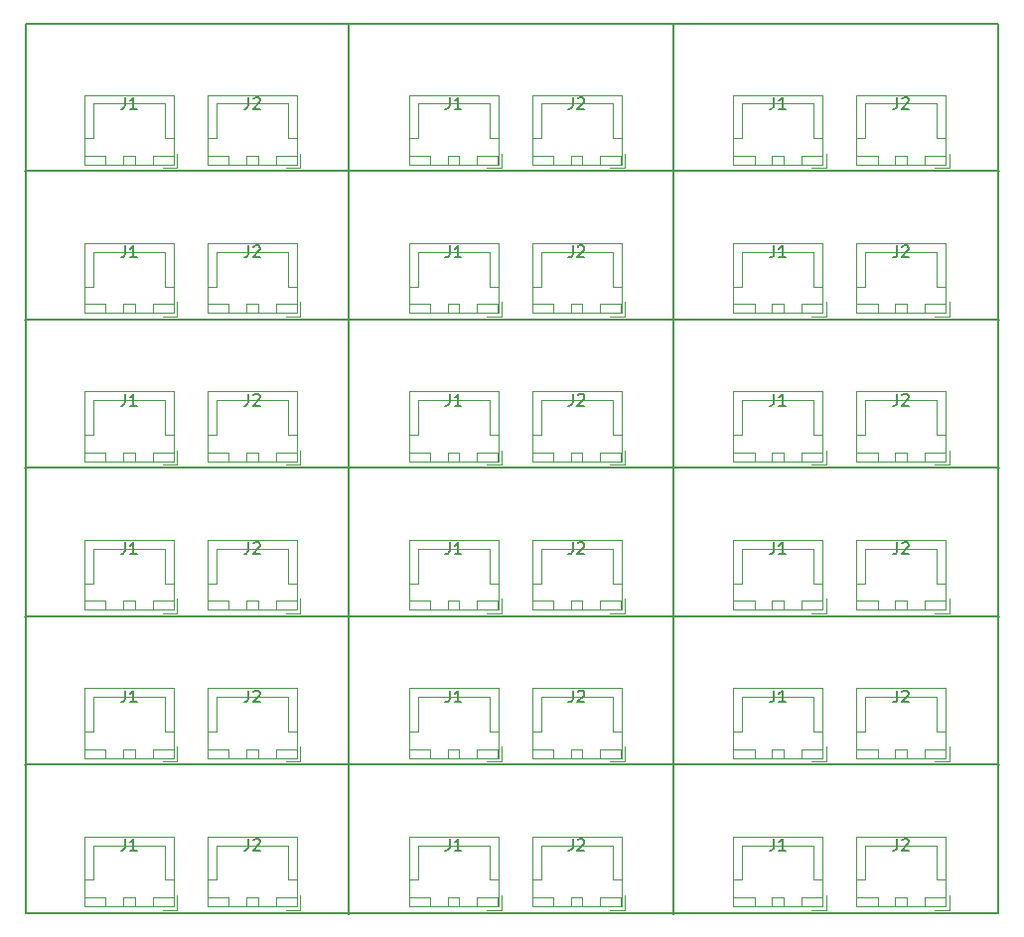
<source format=gto>
%TF.GenerationSoftware,KiCad,Pcbnew,5.0.2+dfsg1-1*%
%TF.CreationDate,2022-04-03T13:42:16+09:00*%
%TF.ProjectId,JST-mounter_panelized,4a53542d-6d6f-4756-9e74-65725f70616e,rev?*%
%TF.SameCoordinates,Original*%
%TF.FileFunction,Legend,Top*%
%TF.FilePolarity,Positive*%
%FSLAX46Y46*%
G04 Gerber Fmt 4.6, Leading zero omitted, Abs format (unit mm)*
G04 Created by KiCad (PCBNEW 5.0.2+dfsg1-1) date Sun 03 Apr 2022 01:42:16 PM JST*
%MOMM*%
%LPD*%
G01*
G04 APERTURE LIST*
%ADD10C,0.150000*%
%ADD11C,0.120000*%
G04 APERTURE END LIST*
D10*
X137899998Y-117600008D02*
X220900006Y-117600008D01*
X137899998Y-104950006D02*
X220900006Y-104950006D01*
X137899998Y-92300004D02*
X220900006Y-92300004D01*
X137899998Y-79650002D02*
X220900006Y-79650002D01*
X137899998Y-67000000D02*
X220900006Y-67000000D01*
X193150002Y-54399998D02*
X193150002Y-130350012D01*
X165500000Y-54399998D02*
X165500000Y-130350012D01*
X137924999Y-130325011D02*
X137924999Y-54424999D01*
X220875005Y-130325011D02*
X137924999Y-130325011D01*
X220875005Y-54424999D02*
X220875005Y-130325011D01*
X137924999Y-54424999D02*
X220875005Y-54424999D01*
D11*
X216650004Y-130000010D02*
X216650004Y-128750010D01*
X215400004Y-130000010D02*
X216650004Y-130000010D01*
X209500004Y-124500010D02*
X212550004Y-124500010D01*
X209500004Y-127450010D02*
X209500004Y-124500010D01*
X208750004Y-127450010D02*
X209500004Y-127450010D01*
X215600004Y-124500010D02*
X212550004Y-124500010D01*
X215600004Y-127450010D02*
X215600004Y-124500010D01*
X216350004Y-127450010D02*
X215600004Y-127450010D01*
X208750004Y-129700010D02*
X210550004Y-129700010D01*
X208750004Y-128950010D02*
X208750004Y-129700010D01*
X210550004Y-128950010D02*
X208750004Y-128950010D01*
X210550004Y-129700010D02*
X210550004Y-128950010D01*
X214550004Y-129700010D02*
X216350004Y-129700010D01*
X214550004Y-128950010D02*
X214550004Y-129700010D01*
X216350004Y-128950010D02*
X214550004Y-128950010D01*
X216350004Y-129700010D02*
X216350004Y-128950010D01*
X212050004Y-129700010D02*
X213050004Y-129700010D01*
X212050004Y-128950010D02*
X212050004Y-129700010D01*
X213050004Y-128950010D02*
X212050004Y-128950010D01*
X213050004Y-129700010D02*
X213050004Y-128950010D01*
X208740004Y-129710010D02*
X216360004Y-129710010D01*
X208740004Y-123740010D02*
X208740004Y-129710010D01*
X216360004Y-123740010D02*
X208740004Y-123740010D01*
X216360004Y-129710010D02*
X216360004Y-123740010D01*
X216650004Y-117350008D02*
X216650004Y-116100008D01*
X215400004Y-117350008D02*
X216650004Y-117350008D01*
X209500004Y-111850008D02*
X212550004Y-111850008D01*
X209500004Y-114800008D02*
X209500004Y-111850008D01*
X208750004Y-114800008D02*
X209500004Y-114800008D01*
X215600004Y-111850008D02*
X212550004Y-111850008D01*
X215600004Y-114800008D02*
X215600004Y-111850008D01*
X216350004Y-114800008D02*
X215600004Y-114800008D01*
X208750004Y-117050008D02*
X210550004Y-117050008D01*
X208750004Y-116300008D02*
X208750004Y-117050008D01*
X210550004Y-116300008D02*
X208750004Y-116300008D01*
X210550004Y-117050008D02*
X210550004Y-116300008D01*
X214550004Y-117050008D02*
X216350004Y-117050008D01*
X214550004Y-116300008D02*
X214550004Y-117050008D01*
X216350004Y-116300008D02*
X214550004Y-116300008D01*
X216350004Y-117050008D02*
X216350004Y-116300008D01*
X212050004Y-117050008D02*
X213050004Y-117050008D01*
X212050004Y-116300008D02*
X212050004Y-117050008D01*
X213050004Y-116300008D02*
X212050004Y-116300008D01*
X213050004Y-117050008D02*
X213050004Y-116300008D01*
X208740004Y-117060008D02*
X216360004Y-117060008D01*
X208740004Y-111090008D02*
X208740004Y-117060008D01*
X216360004Y-111090008D02*
X208740004Y-111090008D01*
X216360004Y-117060008D02*
X216360004Y-111090008D01*
X216650004Y-104700006D02*
X216650004Y-103450006D01*
X215400004Y-104700006D02*
X216650004Y-104700006D01*
X209500004Y-99200006D02*
X212550004Y-99200006D01*
X209500004Y-102150006D02*
X209500004Y-99200006D01*
X208750004Y-102150006D02*
X209500004Y-102150006D01*
X215600004Y-99200006D02*
X212550004Y-99200006D01*
X215600004Y-102150006D02*
X215600004Y-99200006D01*
X216350004Y-102150006D02*
X215600004Y-102150006D01*
X208750004Y-104400006D02*
X210550004Y-104400006D01*
X208750004Y-103650006D02*
X208750004Y-104400006D01*
X210550004Y-103650006D02*
X208750004Y-103650006D01*
X210550004Y-104400006D02*
X210550004Y-103650006D01*
X214550004Y-104400006D02*
X216350004Y-104400006D01*
X214550004Y-103650006D02*
X214550004Y-104400006D01*
X216350004Y-103650006D02*
X214550004Y-103650006D01*
X216350004Y-104400006D02*
X216350004Y-103650006D01*
X212050004Y-104400006D02*
X213050004Y-104400006D01*
X212050004Y-103650006D02*
X212050004Y-104400006D01*
X213050004Y-103650006D02*
X212050004Y-103650006D01*
X213050004Y-104400006D02*
X213050004Y-103650006D01*
X208740004Y-104410006D02*
X216360004Y-104410006D01*
X208740004Y-98440006D02*
X208740004Y-104410006D01*
X216360004Y-98440006D02*
X208740004Y-98440006D01*
X216360004Y-104410006D02*
X216360004Y-98440006D01*
X216650004Y-92050004D02*
X216650004Y-90800004D01*
X215400004Y-92050004D02*
X216650004Y-92050004D01*
X209500004Y-86550004D02*
X212550004Y-86550004D01*
X209500004Y-89500004D02*
X209500004Y-86550004D01*
X208750004Y-89500004D02*
X209500004Y-89500004D01*
X215600004Y-86550004D02*
X212550004Y-86550004D01*
X215600004Y-89500004D02*
X215600004Y-86550004D01*
X216350004Y-89500004D02*
X215600004Y-89500004D01*
X208750004Y-91750004D02*
X210550004Y-91750004D01*
X208750004Y-91000004D02*
X208750004Y-91750004D01*
X210550004Y-91000004D02*
X208750004Y-91000004D01*
X210550004Y-91750004D02*
X210550004Y-91000004D01*
X214550004Y-91750004D02*
X216350004Y-91750004D01*
X214550004Y-91000004D02*
X214550004Y-91750004D01*
X216350004Y-91000004D02*
X214550004Y-91000004D01*
X216350004Y-91750004D02*
X216350004Y-91000004D01*
X212050004Y-91750004D02*
X213050004Y-91750004D01*
X212050004Y-91000004D02*
X212050004Y-91750004D01*
X213050004Y-91000004D02*
X212050004Y-91000004D01*
X213050004Y-91750004D02*
X213050004Y-91000004D01*
X208740004Y-91760004D02*
X216360004Y-91760004D01*
X208740004Y-85790004D02*
X208740004Y-91760004D01*
X216360004Y-85790004D02*
X208740004Y-85790004D01*
X216360004Y-91760004D02*
X216360004Y-85790004D01*
X216650004Y-79400002D02*
X216650004Y-78150002D01*
X215400004Y-79400002D02*
X216650004Y-79400002D01*
X209500004Y-73900002D02*
X212550004Y-73900002D01*
X209500004Y-76850002D02*
X209500004Y-73900002D01*
X208750004Y-76850002D02*
X209500004Y-76850002D01*
X215600004Y-73900002D02*
X212550004Y-73900002D01*
X215600004Y-76850002D02*
X215600004Y-73900002D01*
X216350004Y-76850002D02*
X215600004Y-76850002D01*
X208750004Y-79100002D02*
X210550004Y-79100002D01*
X208750004Y-78350002D02*
X208750004Y-79100002D01*
X210550004Y-78350002D02*
X208750004Y-78350002D01*
X210550004Y-79100002D02*
X210550004Y-78350002D01*
X214550004Y-79100002D02*
X216350004Y-79100002D01*
X214550004Y-78350002D02*
X214550004Y-79100002D01*
X216350004Y-78350002D02*
X214550004Y-78350002D01*
X216350004Y-79100002D02*
X216350004Y-78350002D01*
X212050004Y-79100002D02*
X213050004Y-79100002D01*
X212050004Y-78350002D02*
X212050004Y-79100002D01*
X213050004Y-78350002D02*
X212050004Y-78350002D01*
X213050004Y-79100002D02*
X213050004Y-78350002D01*
X208740004Y-79110002D02*
X216360004Y-79110002D01*
X208740004Y-73140002D02*
X208740004Y-79110002D01*
X216360004Y-73140002D02*
X208740004Y-73140002D01*
X216360004Y-79110002D02*
X216360004Y-73140002D01*
X216650004Y-66750000D02*
X216650004Y-65500000D01*
X215400004Y-66750000D02*
X216650004Y-66750000D01*
X209500004Y-61250000D02*
X212550004Y-61250000D01*
X209500004Y-64200000D02*
X209500004Y-61250000D01*
X208750004Y-64200000D02*
X209500004Y-64200000D01*
X215600004Y-61250000D02*
X212550004Y-61250000D01*
X215600004Y-64200000D02*
X215600004Y-61250000D01*
X216350004Y-64200000D02*
X215600004Y-64200000D01*
X208750004Y-66450000D02*
X210550004Y-66450000D01*
X208750004Y-65700000D02*
X208750004Y-66450000D01*
X210550004Y-65700000D02*
X208750004Y-65700000D01*
X210550004Y-66450000D02*
X210550004Y-65700000D01*
X214550004Y-66450000D02*
X216350004Y-66450000D01*
X214550004Y-65700000D02*
X214550004Y-66450000D01*
X216350004Y-65700000D02*
X214550004Y-65700000D01*
X216350004Y-66450000D02*
X216350004Y-65700000D01*
X212050004Y-66450000D02*
X213050004Y-66450000D01*
X212050004Y-65700000D02*
X212050004Y-66450000D01*
X213050004Y-65700000D02*
X212050004Y-65700000D01*
X213050004Y-66450000D02*
X213050004Y-65700000D01*
X208740004Y-66460000D02*
X216360004Y-66460000D01*
X208740004Y-60490000D02*
X208740004Y-66460000D01*
X216360004Y-60490000D02*
X208740004Y-60490000D01*
X216360004Y-66460000D02*
X216360004Y-60490000D01*
X189000002Y-130000010D02*
X189000002Y-128750010D01*
X187750002Y-130000010D02*
X189000002Y-130000010D01*
X181850002Y-124500010D02*
X184900002Y-124500010D01*
X181850002Y-127450010D02*
X181850002Y-124500010D01*
X181100002Y-127450010D02*
X181850002Y-127450010D01*
X187950002Y-124500010D02*
X184900002Y-124500010D01*
X187950002Y-127450010D02*
X187950002Y-124500010D01*
X188700002Y-127450010D02*
X187950002Y-127450010D01*
X181100002Y-129700010D02*
X182900002Y-129700010D01*
X181100002Y-128950010D02*
X181100002Y-129700010D01*
X182900002Y-128950010D02*
X181100002Y-128950010D01*
X182900002Y-129700010D02*
X182900002Y-128950010D01*
X186900002Y-129700010D02*
X188700002Y-129700010D01*
X186900002Y-128950010D02*
X186900002Y-129700010D01*
X188700002Y-128950010D02*
X186900002Y-128950010D01*
X188700002Y-129700010D02*
X188700002Y-128950010D01*
X184400002Y-129700010D02*
X185400002Y-129700010D01*
X184400002Y-128950010D02*
X184400002Y-129700010D01*
X185400002Y-128950010D02*
X184400002Y-128950010D01*
X185400002Y-129700010D02*
X185400002Y-128950010D01*
X181090002Y-129710010D02*
X188710002Y-129710010D01*
X181090002Y-123740010D02*
X181090002Y-129710010D01*
X188710002Y-123740010D02*
X181090002Y-123740010D01*
X188710002Y-129710010D02*
X188710002Y-123740010D01*
X189000002Y-117350008D02*
X189000002Y-116100008D01*
X187750002Y-117350008D02*
X189000002Y-117350008D01*
X181850002Y-111850008D02*
X184900002Y-111850008D01*
X181850002Y-114800008D02*
X181850002Y-111850008D01*
X181100002Y-114800008D02*
X181850002Y-114800008D01*
X187950002Y-111850008D02*
X184900002Y-111850008D01*
X187950002Y-114800008D02*
X187950002Y-111850008D01*
X188700002Y-114800008D02*
X187950002Y-114800008D01*
X181100002Y-117050008D02*
X182900002Y-117050008D01*
X181100002Y-116300008D02*
X181100002Y-117050008D01*
X182900002Y-116300008D02*
X181100002Y-116300008D01*
X182900002Y-117050008D02*
X182900002Y-116300008D01*
X186900002Y-117050008D02*
X188700002Y-117050008D01*
X186900002Y-116300008D02*
X186900002Y-117050008D01*
X188700002Y-116300008D02*
X186900002Y-116300008D01*
X188700002Y-117050008D02*
X188700002Y-116300008D01*
X184400002Y-117050008D02*
X185400002Y-117050008D01*
X184400002Y-116300008D02*
X184400002Y-117050008D01*
X185400002Y-116300008D02*
X184400002Y-116300008D01*
X185400002Y-117050008D02*
X185400002Y-116300008D01*
X181090002Y-117060008D02*
X188710002Y-117060008D01*
X181090002Y-111090008D02*
X181090002Y-117060008D01*
X188710002Y-111090008D02*
X181090002Y-111090008D01*
X188710002Y-117060008D02*
X188710002Y-111090008D01*
X189000002Y-104700006D02*
X189000002Y-103450006D01*
X187750002Y-104700006D02*
X189000002Y-104700006D01*
X181850002Y-99200006D02*
X184900002Y-99200006D01*
X181850002Y-102150006D02*
X181850002Y-99200006D01*
X181100002Y-102150006D02*
X181850002Y-102150006D01*
X187950002Y-99200006D02*
X184900002Y-99200006D01*
X187950002Y-102150006D02*
X187950002Y-99200006D01*
X188700002Y-102150006D02*
X187950002Y-102150006D01*
X181100002Y-104400006D02*
X182900002Y-104400006D01*
X181100002Y-103650006D02*
X181100002Y-104400006D01*
X182900002Y-103650006D02*
X181100002Y-103650006D01*
X182900002Y-104400006D02*
X182900002Y-103650006D01*
X186900002Y-104400006D02*
X188700002Y-104400006D01*
X186900002Y-103650006D02*
X186900002Y-104400006D01*
X188700002Y-103650006D02*
X186900002Y-103650006D01*
X188700002Y-104400006D02*
X188700002Y-103650006D01*
X184400002Y-104400006D02*
X185400002Y-104400006D01*
X184400002Y-103650006D02*
X184400002Y-104400006D01*
X185400002Y-103650006D02*
X184400002Y-103650006D01*
X185400002Y-104400006D02*
X185400002Y-103650006D01*
X181090002Y-104410006D02*
X188710002Y-104410006D01*
X181090002Y-98440006D02*
X181090002Y-104410006D01*
X188710002Y-98440006D02*
X181090002Y-98440006D01*
X188710002Y-104410006D02*
X188710002Y-98440006D01*
X189000002Y-92050004D02*
X189000002Y-90800004D01*
X187750002Y-92050004D02*
X189000002Y-92050004D01*
X181850002Y-86550004D02*
X184900002Y-86550004D01*
X181850002Y-89500004D02*
X181850002Y-86550004D01*
X181100002Y-89500004D02*
X181850002Y-89500004D01*
X187950002Y-86550004D02*
X184900002Y-86550004D01*
X187950002Y-89500004D02*
X187950002Y-86550004D01*
X188700002Y-89500004D02*
X187950002Y-89500004D01*
X181100002Y-91750004D02*
X182900002Y-91750004D01*
X181100002Y-91000004D02*
X181100002Y-91750004D01*
X182900002Y-91000004D02*
X181100002Y-91000004D01*
X182900002Y-91750004D02*
X182900002Y-91000004D01*
X186900002Y-91750004D02*
X188700002Y-91750004D01*
X186900002Y-91000004D02*
X186900002Y-91750004D01*
X188700002Y-91000004D02*
X186900002Y-91000004D01*
X188700002Y-91750004D02*
X188700002Y-91000004D01*
X184400002Y-91750004D02*
X185400002Y-91750004D01*
X184400002Y-91000004D02*
X184400002Y-91750004D01*
X185400002Y-91000004D02*
X184400002Y-91000004D01*
X185400002Y-91750004D02*
X185400002Y-91000004D01*
X181090002Y-91760004D02*
X188710002Y-91760004D01*
X181090002Y-85790004D02*
X181090002Y-91760004D01*
X188710002Y-85790004D02*
X181090002Y-85790004D01*
X188710002Y-91760004D02*
X188710002Y-85790004D01*
X189000002Y-79400002D02*
X189000002Y-78150002D01*
X187750002Y-79400002D02*
X189000002Y-79400002D01*
X181850002Y-73900002D02*
X184900002Y-73900002D01*
X181850002Y-76850002D02*
X181850002Y-73900002D01*
X181100002Y-76850002D02*
X181850002Y-76850002D01*
X187950002Y-73900002D02*
X184900002Y-73900002D01*
X187950002Y-76850002D02*
X187950002Y-73900002D01*
X188700002Y-76850002D02*
X187950002Y-76850002D01*
X181100002Y-79100002D02*
X182900002Y-79100002D01*
X181100002Y-78350002D02*
X181100002Y-79100002D01*
X182900002Y-78350002D02*
X181100002Y-78350002D01*
X182900002Y-79100002D02*
X182900002Y-78350002D01*
X186900002Y-79100002D02*
X188700002Y-79100002D01*
X186900002Y-78350002D02*
X186900002Y-79100002D01*
X188700002Y-78350002D02*
X186900002Y-78350002D01*
X188700002Y-79100002D02*
X188700002Y-78350002D01*
X184400002Y-79100002D02*
X185400002Y-79100002D01*
X184400002Y-78350002D02*
X184400002Y-79100002D01*
X185400002Y-78350002D02*
X184400002Y-78350002D01*
X185400002Y-79100002D02*
X185400002Y-78350002D01*
X181090002Y-79110002D02*
X188710002Y-79110002D01*
X181090002Y-73140002D02*
X181090002Y-79110002D01*
X188710002Y-73140002D02*
X181090002Y-73140002D01*
X188710002Y-79110002D02*
X188710002Y-73140002D01*
X189000002Y-66750000D02*
X189000002Y-65500000D01*
X187750002Y-66750000D02*
X189000002Y-66750000D01*
X181850002Y-61250000D02*
X184900002Y-61250000D01*
X181850002Y-64200000D02*
X181850002Y-61250000D01*
X181100002Y-64200000D02*
X181850002Y-64200000D01*
X187950002Y-61250000D02*
X184900002Y-61250000D01*
X187950002Y-64200000D02*
X187950002Y-61250000D01*
X188700002Y-64200000D02*
X187950002Y-64200000D01*
X181100002Y-66450000D02*
X182900002Y-66450000D01*
X181100002Y-65700000D02*
X181100002Y-66450000D01*
X182900002Y-65700000D02*
X181100002Y-65700000D01*
X182900002Y-66450000D02*
X182900002Y-65700000D01*
X186900002Y-66450000D02*
X188700002Y-66450000D01*
X186900002Y-65700000D02*
X186900002Y-66450000D01*
X188700002Y-65700000D02*
X186900002Y-65700000D01*
X188700002Y-66450000D02*
X188700002Y-65700000D01*
X184400002Y-66450000D02*
X185400002Y-66450000D01*
X184400002Y-65700000D02*
X184400002Y-66450000D01*
X185400002Y-65700000D02*
X184400002Y-65700000D01*
X185400002Y-66450000D02*
X185400002Y-65700000D01*
X181090002Y-66460000D02*
X188710002Y-66460000D01*
X181090002Y-60490000D02*
X181090002Y-66460000D01*
X188710002Y-60490000D02*
X181090002Y-60490000D01*
X188710002Y-66460000D02*
X188710002Y-60490000D01*
X161350000Y-130000010D02*
X161350000Y-128750010D01*
X160100000Y-130000010D02*
X161350000Y-130000010D01*
X154200000Y-124500010D02*
X157250000Y-124500010D01*
X154200000Y-127450010D02*
X154200000Y-124500010D01*
X153450000Y-127450010D02*
X154200000Y-127450010D01*
X160300000Y-124500010D02*
X157250000Y-124500010D01*
X160300000Y-127450010D02*
X160300000Y-124500010D01*
X161050000Y-127450010D02*
X160300000Y-127450010D01*
X153450000Y-129700010D02*
X155250000Y-129700010D01*
X153450000Y-128950010D02*
X153450000Y-129700010D01*
X155250000Y-128950010D02*
X153450000Y-128950010D01*
X155250000Y-129700010D02*
X155250000Y-128950010D01*
X159250000Y-129700010D02*
X161050000Y-129700010D01*
X159250000Y-128950010D02*
X159250000Y-129700010D01*
X161050000Y-128950010D02*
X159250000Y-128950010D01*
X161050000Y-129700010D02*
X161050000Y-128950010D01*
X156750000Y-129700010D02*
X157750000Y-129700010D01*
X156750000Y-128950010D02*
X156750000Y-129700010D01*
X157750000Y-128950010D02*
X156750000Y-128950010D01*
X157750000Y-129700010D02*
X157750000Y-128950010D01*
X153440000Y-129710010D02*
X161060000Y-129710010D01*
X153440000Y-123740010D02*
X153440000Y-129710010D01*
X161060000Y-123740010D02*
X153440000Y-123740010D01*
X161060000Y-129710010D02*
X161060000Y-123740010D01*
X161350000Y-117350008D02*
X161350000Y-116100008D01*
X160100000Y-117350008D02*
X161350000Y-117350008D01*
X154200000Y-111850008D02*
X157250000Y-111850008D01*
X154200000Y-114800008D02*
X154200000Y-111850008D01*
X153450000Y-114800008D02*
X154200000Y-114800008D01*
X160300000Y-111850008D02*
X157250000Y-111850008D01*
X160300000Y-114800008D02*
X160300000Y-111850008D01*
X161050000Y-114800008D02*
X160300000Y-114800008D01*
X153450000Y-117050008D02*
X155250000Y-117050008D01*
X153450000Y-116300008D02*
X153450000Y-117050008D01*
X155250000Y-116300008D02*
X153450000Y-116300008D01*
X155250000Y-117050008D02*
X155250000Y-116300008D01*
X159250000Y-117050008D02*
X161050000Y-117050008D01*
X159250000Y-116300008D02*
X159250000Y-117050008D01*
X161050000Y-116300008D02*
X159250000Y-116300008D01*
X161050000Y-117050008D02*
X161050000Y-116300008D01*
X156750000Y-117050008D02*
X157750000Y-117050008D01*
X156750000Y-116300008D02*
X156750000Y-117050008D01*
X157750000Y-116300008D02*
X156750000Y-116300008D01*
X157750000Y-117050008D02*
X157750000Y-116300008D01*
X153440000Y-117060008D02*
X161060000Y-117060008D01*
X153440000Y-111090008D02*
X153440000Y-117060008D01*
X161060000Y-111090008D02*
X153440000Y-111090008D01*
X161060000Y-117060008D02*
X161060000Y-111090008D01*
X161350000Y-104700006D02*
X161350000Y-103450006D01*
X160100000Y-104700006D02*
X161350000Y-104700006D01*
X154200000Y-99200006D02*
X157250000Y-99200006D01*
X154200000Y-102150006D02*
X154200000Y-99200006D01*
X153450000Y-102150006D02*
X154200000Y-102150006D01*
X160300000Y-99200006D02*
X157250000Y-99200006D01*
X160300000Y-102150006D02*
X160300000Y-99200006D01*
X161050000Y-102150006D02*
X160300000Y-102150006D01*
X153450000Y-104400006D02*
X155250000Y-104400006D01*
X153450000Y-103650006D02*
X153450000Y-104400006D01*
X155250000Y-103650006D02*
X153450000Y-103650006D01*
X155250000Y-104400006D02*
X155250000Y-103650006D01*
X159250000Y-104400006D02*
X161050000Y-104400006D01*
X159250000Y-103650006D02*
X159250000Y-104400006D01*
X161050000Y-103650006D02*
X159250000Y-103650006D01*
X161050000Y-104400006D02*
X161050000Y-103650006D01*
X156750000Y-104400006D02*
X157750000Y-104400006D01*
X156750000Y-103650006D02*
X156750000Y-104400006D01*
X157750000Y-103650006D02*
X156750000Y-103650006D01*
X157750000Y-104400006D02*
X157750000Y-103650006D01*
X153440000Y-104410006D02*
X161060000Y-104410006D01*
X153440000Y-98440006D02*
X153440000Y-104410006D01*
X161060000Y-98440006D02*
X153440000Y-98440006D01*
X161060000Y-104410006D02*
X161060000Y-98440006D01*
X161350000Y-92050004D02*
X161350000Y-90800004D01*
X160100000Y-92050004D02*
X161350000Y-92050004D01*
X154200000Y-86550004D02*
X157250000Y-86550004D01*
X154200000Y-89500004D02*
X154200000Y-86550004D01*
X153450000Y-89500004D02*
X154200000Y-89500004D01*
X160300000Y-86550004D02*
X157250000Y-86550004D01*
X160300000Y-89500004D02*
X160300000Y-86550004D01*
X161050000Y-89500004D02*
X160300000Y-89500004D01*
X153450000Y-91750004D02*
X155250000Y-91750004D01*
X153450000Y-91000004D02*
X153450000Y-91750004D01*
X155250000Y-91000004D02*
X153450000Y-91000004D01*
X155250000Y-91750004D02*
X155250000Y-91000004D01*
X159250000Y-91750004D02*
X161050000Y-91750004D01*
X159250000Y-91000004D02*
X159250000Y-91750004D01*
X161050000Y-91000004D02*
X159250000Y-91000004D01*
X161050000Y-91750004D02*
X161050000Y-91000004D01*
X156750000Y-91750004D02*
X157750000Y-91750004D01*
X156750000Y-91000004D02*
X156750000Y-91750004D01*
X157750000Y-91000004D02*
X156750000Y-91000004D01*
X157750000Y-91750004D02*
X157750000Y-91000004D01*
X153440000Y-91760004D02*
X161060000Y-91760004D01*
X153440000Y-85790004D02*
X153440000Y-91760004D01*
X161060000Y-85790004D02*
X153440000Y-85790004D01*
X161060000Y-91760004D02*
X161060000Y-85790004D01*
X161350000Y-79400002D02*
X161350000Y-78150002D01*
X160100000Y-79400002D02*
X161350000Y-79400002D01*
X154200000Y-73900002D02*
X157250000Y-73900002D01*
X154200000Y-76850002D02*
X154200000Y-73900002D01*
X153450000Y-76850002D02*
X154200000Y-76850002D01*
X160300000Y-73900002D02*
X157250000Y-73900002D01*
X160300000Y-76850002D02*
X160300000Y-73900002D01*
X161050000Y-76850002D02*
X160300000Y-76850002D01*
X153450000Y-79100002D02*
X155250000Y-79100002D01*
X153450000Y-78350002D02*
X153450000Y-79100002D01*
X155250000Y-78350002D02*
X153450000Y-78350002D01*
X155250000Y-79100002D02*
X155250000Y-78350002D01*
X159250000Y-79100002D02*
X161050000Y-79100002D01*
X159250000Y-78350002D02*
X159250000Y-79100002D01*
X161050000Y-78350002D02*
X159250000Y-78350002D01*
X161050000Y-79100002D02*
X161050000Y-78350002D01*
X156750000Y-79100002D02*
X157750000Y-79100002D01*
X156750000Y-78350002D02*
X156750000Y-79100002D01*
X157750000Y-78350002D02*
X156750000Y-78350002D01*
X157750000Y-79100002D02*
X157750000Y-78350002D01*
X153440000Y-79110002D02*
X161060000Y-79110002D01*
X153440000Y-73140002D02*
X153440000Y-79110002D01*
X161060000Y-73140002D02*
X153440000Y-73140002D01*
X161060000Y-79110002D02*
X161060000Y-73140002D01*
X206150004Y-130000010D02*
X206150004Y-128750010D01*
X204900004Y-130000010D02*
X206150004Y-130000010D01*
X199000004Y-124500010D02*
X202050004Y-124500010D01*
X199000004Y-127450010D02*
X199000004Y-124500010D01*
X198250004Y-127450010D02*
X199000004Y-127450010D01*
X205100004Y-124500010D02*
X202050004Y-124500010D01*
X205100004Y-127450010D02*
X205100004Y-124500010D01*
X205850004Y-127450010D02*
X205100004Y-127450010D01*
X198250004Y-129700010D02*
X200050004Y-129700010D01*
X198250004Y-128950010D02*
X198250004Y-129700010D01*
X200050004Y-128950010D02*
X198250004Y-128950010D01*
X200050004Y-129700010D02*
X200050004Y-128950010D01*
X204050004Y-129700010D02*
X205850004Y-129700010D01*
X204050004Y-128950010D02*
X204050004Y-129700010D01*
X205850004Y-128950010D02*
X204050004Y-128950010D01*
X205850004Y-129700010D02*
X205850004Y-128950010D01*
X201550004Y-129700010D02*
X202550004Y-129700010D01*
X201550004Y-128950010D02*
X201550004Y-129700010D01*
X202550004Y-128950010D02*
X201550004Y-128950010D01*
X202550004Y-129700010D02*
X202550004Y-128950010D01*
X198240004Y-129710010D02*
X205860004Y-129710010D01*
X198240004Y-123740010D02*
X198240004Y-129710010D01*
X205860004Y-123740010D02*
X198240004Y-123740010D01*
X205860004Y-129710010D02*
X205860004Y-123740010D01*
X206150004Y-117350008D02*
X206150004Y-116100008D01*
X204900004Y-117350008D02*
X206150004Y-117350008D01*
X199000004Y-111850008D02*
X202050004Y-111850008D01*
X199000004Y-114800008D02*
X199000004Y-111850008D01*
X198250004Y-114800008D02*
X199000004Y-114800008D01*
X205100004Y-111850008D02*
X202050004Y-111850008D01*
X205100004Y-114800008D02*
X205100004Y-111850008D01*
X205850004Y-114800008D02*
X205100004Y-114800008D01*
X198250004Y-117050008D02*
X200050004Y-117050008D01*
X198250004Y-116300008D02*
X198250004Y-117050008D01*
X200050004Y-116300008D02*
X198250004Y-116300008D01*
X200050004Y-117050008D02*
X200050004Y-116300008D01*
X204050004Y-117050008D02*
X205850004Y-117050008D01*
X204050004Y-116300008D02*
X204050004Y-117050008D01*
X205850004Y-116300008D02*
X204050004Y-116300008D01*
X205850004Y-117050008D02*
X205850004Y-116300008D01*
X201550004Y-117050008D02*
X202550004Y-117050008D01*
X201550004Y-116300008D02*
X201550004Y-117050008D01*
X202550004Y-116300008D02*
X201550004Y-116300008D01*
X202550004Y-117050008D02*
X202550004Y-116300008D01*
X198240004Y-117060008D02*
X205860004Y-117060008D01*
X198240004Y-111090008D02*
X198240004Y-117060008D01*
X205860004Y-111090008D02*
X198240004Y-111090008D01*
X205860004Y-117060008D02*
X205860004Y-111090008D01*
X206150004Y-104700006D02*
X206150004Y-103450006D01*
X204900004Y-104700006D02*
X206150004Y-104700006D01*
X199000004Y-99200006D02*
X202050004Y-99200006D01*
X199000004Y-102150006D02*
X199000004Y-99200006D01*
X198250004Y-102150006D02*
X199000004Y-102150006D01*
X205100004Y-99200006D02*
X202050004Y-99200006D01*
X205100004Y-102150006D02*
X205100004Y-99200006D01*
X205850004Y-102150006D02*
X205100004Y-102150006D01*
X198250004Y-104400006D02*
X200050004Y-104400006D01*
X198250004Y-103650006D02*
X198250004Y-104400006D01*
X200050004Y-103650006D02*
X198250004Y-103650006D01*
X200050004Y-104400006D02*
X200050004Y-103650006D01*
X204050004Y-104400006D02*
X205850004Y-104400006D01*
X204050004Y-103650006D02*
X204050004Y-104400006D01*
X205850004Y-103650006D02*
X204050004Y-103650006D01*
X205850004Y-104400006D02*
X205850004Y-103650006D01*
X201550004Y-104400006D02*
X202550004Y-104400006D01*
X201550004Y-103650006D02*
X201550004Y-104400006D01*
X202550004Y-103650006D02*
X201550004Y-103650006D01*
X202550004Y-104400006D02*
X202550004Y-103650006D01*
X198240004Y-104410006D02*
X205860004Y-104410006D01*
X198240004Y-98440006D02*
X198240004Y-104410006D01*
X205860004Y-98440006D02*
X198240004Y-98440006D01*
X205860004Y-104410006D02*
X205860004Y-98440006D01*
X206150004Y-92050004D02*
X206150004Y-90800004D01*
X204900004Y-92050004D02*
X206150004Y-92050004D01*
X199000004Y-86550004D02*
X202050004Y-86550004D01*
X199000004Y-89500004D02*
X199000004Y-86550004D01*
X198250004Y-89500004D02*
X199000004Y-89500004D01*
X205100004Y-86550004D02*
X202050004Y-86550004D01*
X205100004Y-89500004D02*
X205100004Y-86550004D01*
X205850004Y-89500004D02*
X205100004Y-89500004D01*
X198250004Y-91750004D02*
X200050004Y-91750004D01*
X198250004Y-91000004D02*
X198250004Y-91750004D01*
X200050004Y-91000004D02*
X198250004Y-91000004D01*
X200050004Y-91750004D02*
X200050004Y-91000004D01*
X204050004Y-91750004D02*
X205850004Y-91750004D01*
X204050004Y-91000004D02*
X204050004Y-91750004D01*
X205850004Y-91000004D02*
X204050004Y-91000004D01*
X205850004Y-91750004D02*
X205850004Y-91000004D01*
X201550004Y-91750004D02*
X202550004Y-91750004D01*
X201550004Y-91000004D02*
X201550004Y-91750004D01*
X202550004Y-91000004D02*
X201550004Y-91000004D01*
X202550004Y-91750004D02*
X202550004Y-91000004D01*
X198240004Y-91760004D02*
X205860004Y-91760004D01*
X198240004Y-85790004D02*
X198240004Y-91760004D01*
X205860004Y-85790004D02*
X198240004Y-85790004D01*
X205860004Y-91760004D02*
X205860004Y-85790004D01*
X206150004Y-79400002D02*
X206150004Y-78150002D01*
X204900004Y-79400002D02*
X206150004Y-79400002D01*
X199000004Y-73900002D02*
X202050004Y-73900002D01*
X199000004Y-76850002D02*
X199000004Y-73900002D01*
X198250004Y-76850002D02*
X199000004Y-76850002D01*
X205100004Y-73900002D02*
X202050004Y-73900002D01*
X205100004Y-76850002D02*
X205100004Y-73900002D01*
X205850004Y-76850002D02*
X205100004Y-76850002D01*
X198250004Y-79100002D02*
X200050004Y-79100002D01*
X198250004Y-78350002D02*
X198250004Y-79100002D01*
X200050004Y-78350002D02*
X198250004Y-78350002D01*
X200050004Y-79100002D02*
X200050004Y-78350002D01*
X204050004Y-79100002D02*
X205850004Y-79100002D01*
X204050004Y-78350002D02*
X204050004Y-79100002D01*
X205850004Y-78350002D02*
X204050004Y-78350002D01*
X205850004Y-79100002D02*
X205850004Y-78350002D01*
X201550004Y-79100002D02*
X202550004Y-79100002D01*
X201550004Y-78350002D02*
X201550004Y-79100002D01*
X202550004Y-78350002D02*
X201550004Y-78350002D01*
X202550004Y-79100002D02*
X202550004Y-78350002D01*
X198240004Y-79110002D02*
X205860004Y-79110002D01*
X198240004Y-73140002D02*
X198240004Y-79110002D01*
X205860004Y-73140002D02*
X198240004Y-73140002D01*
X205860004Y-79110002D02*
X205860004Y-73140002D01*
X206150004Y-66750000D02*
X206150004Y-65500000D01*
X204900004Y-66750000D02*
X206150004Y-66750000D01*
X199000004Y-61250000D02*
X202050004Y-61250000D01*
X199000004Y-64200000D02*
X199000004Y-61250000D01*
X198250004Y-64200000D02*
X199000004Y-64200000D01*
X205100004Y-61250000D02*
X202050004Y-61250000D01*
X205100004Y-64200000D02*
X205100004Y-61250000D01*
X205850004Y-64200000D02*
X205100004Y-64200000D01*
X198250004Y-66450000D02*
X200050004Y-66450000D01*
X198250004Y-65700000D02*
X198250004Y-66450000D01*
X200050004Y-65700000D02*
X198250004Y-65700000D01*
X200050004Y-66450000D02*
X200050004Y-65700000D01*
X204050004Y-66450000D02*
X205850004Y-66450000D01*
X204050004Y-65700000D02*
X204050004Y-66450000D01*
X205850004Y-65700000D02*
X204050004Y-65700000D01*
X205850004Y-66450000D02*
X205850004Y-65700000D01*
X201550004Y-66450000D02*
X202550004Y-66450000D01*
X201550004Y-65700000D02*
X201550004Y-66450000D01*
X202550004Y-65700000D02*
X201550004Y-65700000D01*
X202550004Y-66450000D02*
X202550004Y-65700000D01*
X198240004Y-66460000D02*
X205860004Y-66460000D01*
X198240004Y-60490000D02*
X198240004Y-66460000D01*
X205860004Y-60490000D02*
X198240004Y-60490000D01*
X205860004Y-66460000D02*
X205860004Y-60490000D01*
X178500002Y-130000010D02*
X178500002Y-128750010D01*
X177250002Y-130000010D02*
X178500002Y-130000010D01*
X171350002Y-124500010D02*
X174400002Y-124500010D01*
X171350002Y-127450010D02*
X171350002Y-124500010D01*
X170600002Y-127450010D02*
X171350002Y-127450010D01*
X177450002Y-124500010D02*
X174400002Y-124500010D01*
X177450002Y-127450010D02*
X177450002Y-124500010D01*
X178200002Y-127450010D02*
X177450002Y-127450010D01*
X170600002Y-129700010D02*
X172400002Y-129700010D01*
X170600002Y-128950010D02*
X170600002Y-129700010D01*
X172400002Y-128950010D02*
X170600002Y-128950010D01*
X172400002Y-129700010D02*
X172400002Y-128950010D01*
X176400002Y-129700010D02*
X178200002Y-129700010D01*
X176400002Y-128950010D02*
X176400002Y-129700010D01*
X178200002Y-128950010D02*
X176400002Y-128950010D01*
X178200002Y-129700010D02*
X178200002Y-128950010D01*
X173900002Y-129700010D02*
X174900002Y-129700010D01*
X173900002Y-128950010D02*
X173900002Y-129700010D01*
X174900002Y-128950010D02*
X173900002Y-128950010D01*
X174900002Y-129700010D02*
X174900002Y-128950010D01*
X170590002Y-129710010D02*
X178210002Y-129710010D01*
X170590002Y-123740010D02*
X170590002Y-129710010D01*
X178210002Y-123740010D02*
X170590002Y-123740010D01*
X178210002Y-129710010D02*
X178210002Y-123740010D01*
X178500002Y-117350008D02*
X178500002Y-116100008D01*
X177250002Y-117350008D02*
X178500002Y-117350008D01*
X171350002Y-111850008D02*
X174400002Y-111850008D01*
X171350002Y-114800008D02*
X171350002Y-111850008D01*
X170600002Y-114800008D02*
X171350002Y-114800008D01*
X177450002Y-111850008D02*
X174400002Y-111850008D01*
X177450002Y-114800008D02*
X177450002Y-111850008D01*
X178200002Y-114800008D02*
X177450002Y-114800008D01*
X170600002Y-117050008D02*
X172400002Y-117050008D01*
X170600002Y-116300008D02*
X170600002Y-117050008D01*
X172400002Y-116300008D02*
X170600002Y-116300008D01*
X172400002Y-117050008D02*
X172400002Y-116300008D01*
X176400002Y-117050008D02*
X178200002Y-117050008D01*
X176400002Y-116300008D02*
X176400002Y-117050008D01*
X178200002Y-116300008D02*
X176400002Y-116300008D01*
X178200002Y-117050008D02*
X178200002Y-116300008D01*
X173900002Y-117050008D02*
X174900002Y-117050008D01*
X173900002Y-116300008D02*
X173900002Y-117050008D01*
X174900002Y-116300008D02*
X173900002Y-116300008D01*
X174900002Y-117050008D02*
X174900002Y-116300008D01*
X170590002Y-117060008D02*
X178210002Y-117060008D01*
X170590002Y-111090008D02*
X170590002Y-117060008D01*
X178210002Y-111090008D02*
X170590002Y-111090008D01*
X178210002Y-117060008D02*
X178210002Y-111090008D01*
X178500002Y-104700006D02*
X178500002Y-103450006D01*
X177250002Y-104700006D02*
X178500002Y-104700006D01*
X171350002Y-99200006D02*
X174400002Y-99200006D01*
X171350002Y-102150006D02*
X171350002Y-99200006D01*
X170600002Y-102150006D02*
X171350002Y-102150006D01*
X177450002Y-99200006D02*
X174400002Y-99200006D01*
X177450002Y-102150006D02*
X177450002Y-99200006D01*
X178200002Y-102150006D02*
X177450002Y-102150006D01*
X170600002Y-104400006D02*
X172400002Y-104400006D01*
X170600002Y-103650006D02*
X170600002Y-104400006D01*
X172400002Y-103650006D02*
X170600002Y-103650006D01*
X172400002Y-104400006D02*
X172400002Y-103650006D01*
X176400002Y-104400006D02*
X178200002Y-104400006D01*
X176400002Y-103650006D02*
X176400002Y-104400006D01*
X178200002Y-103650006D02*
X176400002Y-103650006D01*
X178200002Y-104400006D02*
X178200002Y-103650006D01*
X173900002Y-104400006D02*
X174900002Y-104400006D01*
X173900002Y-103650006D02*
X173900002Y-104400006D01*
X174900002Y-103650006D02*
X173900002Y-103650006D01*
X174900002Y-104400006D02*
X174900002Y-103650006D01*
X170590002Y-104410006D02*
X178210002Y-104410006D01*
X170590002Y-98440006D02*
X170590002Y-104410006D01*
X178210002Y-98440006D02*
X170590002Y-98440006D01*
X178210002Y-104410006D02*
X178210002Y-98440006D01*
X178500002Y-92050004D02*
X178500002Y-90800004D01*
X177250002Y-92050004D02*
X178500002Y-92050004D01*
X171350002Y-86550004D02*
X174400002Y-86550004D01*
X171350002Y-89500004D02*
X171350002Y-86550004D01*
X170600002Y-89500004D02*
X171350002Y-89500004D01*
X177450002Y-86550004D02*
X174400002Y-86550004D01*
X177450002Y-89500004D02*
X177450002Y-86550004D01*
X178200002Y-89500004D02*
X177450002Y-89500004D01*
X170600002Y-91750004D02*
X172400002Y-91750004D01*
X170600002Y-91000004D02*
X170600002Y-91750004D01*
X172400002Y-91000004D02*
X170600002Y-91000004D01*
X172400002Y-91750004D02*
X172400002Y-91000004D01*
X176400002Y-91750004D02*
X178200002Y-91750004D01*
X176400002Y-91000004D02*
X176400002Y-91750004D01*
X178200002Y-91000004D02*
X176400002Y-91000004D01*
X178200002Y-91750004D02*
X178200002Y-91000004D01*
X173900002Y-91750004D02*
X174900002Y-91750004D01*
X173900002Y-91000004D02*
X173900002Y-91750004D01*
X174900002Y-91000004D02*
X173900002Y-91000004D01*
X174900002Y-91750004D02*
X174900002Y-91000004D01*
X170590002Y-91760004D02*
X178210002Y-91760004D01*
X170590002Y-85790004D02*
X170590002Y-91760004D01*
X178210002Y-85790004D02*
X170590002Y-85790004D01*
X178210002Y-91760004D02*
X178210002Y-85790004D01*
X178500002Y-79400002D02*
X178500002Y-78150002D01*
X177250002Y-79400002D02*
X178500002Y-79400002D01*
X171350002Y-73900002D02*
X174400002Y-73900002D01*
X171350002Y-76850002D02*
X171350002Y-73900002D01*
X170600002Y-76850002D02*
X171350002Y-76850002D01*
X177450002Y-73900002D02*
X174400002Y-73900002D01*
X177450002Y-76850002D02*
X177450002Y-73900002D01*
X178200002Y-76850002D02*
X177450002Y-76850002D01*
X170600002Y-79100002D02*
X172400002Y-79100002D01*
X170600002Y-78350002D02*
X170600002Y-79100002D01*
X172400002Y-78350002D02*
X170600002Y-78350002D01*
X172400002Y-79100002D02*
X172400002Y-78350002D01*
X176400002Y-79100002D02*
X178200002Y-79100002D01*
X176400002Y-78350002D02*
X176400002Y-79100002D01*
X178200002Y-78350002D02*
X176400002Y-78350002D01*
X178200002Y-79100002D02*
X178200002Y-78350002D01*
X173900002Y-79100002D02*
X174900002Y-79100002D01*
X173900002Y-78350002D02*
X173900002Y-79100002D01*
X174900002Y-78350002D02*
X173900002Y-78350002D01*
X174900002Y-79100002D02*
X174900002Y-78350002D01*
X170590002Y-79110002D02*
X178210002Y-79110002D01*
X170590002Y-73140002D02*
X170590002Y-79110002D01*
X178210002Y-73140002D02*
X170590002Y-73140002D01*
X178210002Y-79110002D02*
X178210002Y-73140002D01*
X178500002Y-66750000D02*
X178500002Y-65500000D01*
X177250002Y-66750000D02*
X178500002Y-66750000D01*
X171350002Y-61250000D02*
X174400002Y-61250000D01*
X171350002Y-64200000D02*
X171350002Y-61250000D01*
X170600002Y-64200000D02*
X171350002Y-64200000D01*
X177450002Y-61250000D02*
X174400002Y-61250000D01*
X177450002Y-64200000D02*
X177450002Y-61250000D01*
X178200002Y-64200000D02*
X177450002Y-64200000D01*
X170600002Y-66450000D02*
X172400002Y-66450000D01*
X170600002Y-65700000D02*
X170600002Y-66450000D01*
X172400002Y-65700000D02*
X170600002Y-65700000D01*
X172400002Y-66450000D02*
X172400002Y-65700000D01*
X176400002Y-66450000D02*
X178200002Y-66450000D01*
X176400002Y-65700000D02*
X176400002Y-66450000D01*
X178200002Y-65700000D02*
X176400002Y-65700000D01*
X178200002Y-66450000D02*
X178200002Y-65700000D01*
X173900002Y-66450000D02*
X174900002Y-66450000D01*
X173900002Y-65700000D02*
X173900002Y-66450000D01*
X174900002Y-65700000D02*
X173900002Y-65700000D01*
X174900002Y-66450000D02*
X174900002Y-65700000D01*
X170590002Y-66460000D02*
X178210002Y-66460000D01*
X170590002Y-60490000D02*
X170590002Y-66460000D01*
X178210002Y-60490000D02*
X170590002Y-60490000D01*
X178210002Y-66460000D02*
X178210002Y-60490000D01*
X150850000Y-130000010D02*
X150850000Y-128750010D01*
X149600000Y-130000010D02*
X150850000Y-130000010D01*
X143700000Y-124500010D02*
X146750000Y-124500010D01*
X143700000Y-127450010D02*
X143700000Y-124500010D01*
X142950000Y-127450010D02*
X143700000Y-127450010D01*
X149800000Y-124500010D02*
X146750000Y-124500010D01*
X149800000Y-127450010D02*
X149800000Y-124500010D01*
X150550000Y-127450010D02*
X149800000Y-127450010D01*
X142950000Y-129700010D02*
X144750000Y-129700010D01*
X142950000Y-128950010D02*
X142950000Y-129700010D01*
X144750000Y-128950010D02*
X142950000Y-128950010D01*
X144750000Y-129700010D02*
X144750000Y-128950010D01*
X148750000Y-129700010D02*
X150550000Y-129700010D01*
X148750000Y-128950010D02*
X148750000Y-129700010D01*
X150550000Y-128950010D02*
X148750000Y-128950010D01*
X150550000Y-129700010D02*
X150550000Y-128950010D01*
X146250000Y-129700010D02*
X147250000Y-129700010D01*
X146250000Y-128950010D02*
X146250000Y-129700010D01*
X147250000Y-128950010D02*
X146250000Y-128950010D01*
X147250000Y-129700010D02*
X147250000Y-128950010D01*
X142940000Y-129710010D02*
X150560000Y-129710010D01*
X142940000Y-123740010D02*
X142940000Y-129710010D01*
X150560000Y-123740010D02*
X142940000Y-123740010D01*
X150560000Y-129710010D02*
X150560000Y-123740010D01*
X150850000Y-117350008D02*
X150850000Y-116100008D01*
X149600000Y-117350008D02*
X150850000Y-117350008D01*
X143700000Y-111850008D02*
X146750000Y-111850008D01*
X143700000Y-114800008D02*
X143700000Y-111850008D01*
X142950000Y-114800008D02*
X143700000Y-114800008D01*
X149800000Y-111850008D02*
X146750000Y-111850008D01*
X149800000Y-114800008D02*
X149800000Y-111850008D01*
X150550000Y-114800008D02*
X149800000Y-114800008D01*
X142950000Y-117050008D02*
X144750000Y-117050008D01*
X142950000Y-116300008D02*
X142950000Y-117050008D01*
X144750000Y-116300008D02*
X142950000Y-116300008D01*
X144750000Y-117050008D02*
X144750000Y-116300008D01*
X148750000Y-117050008D02*
X150550000Y-117050008D01*
X148750000Y-116300008D02*
X148750000Y-117050008D01*
X150550000Y-116300008D02*
X148750000Y-116300008D01*
X150550000Y-117050008D02*
X150550000Y-116300008D01*
X146250000Y-117050008D02*
X147250000Y-117050008D01*
X146250000Y-116300008D02*
X146250000Y-117050008D01*
X147250000Y-116300008D02*
X146250000Y-116300008D01*
X147250000Y-117050008D02*
X147250000Y-116300008D01*
X142940000Y-117060008D02*
X150560000Y-117060008D01*
X142940000Y-111090008D02*
X142940000Y-117060008D01*
X150560000Y-111090008D02*
X142940000Y-111090008D01*
X150560000Y-117060008D02*
X150560000Y-111090008D01*
X150850000Y-104700006D02*
X150850000Y-103450006D01*
X149600000Y-104700006D02*
X150850000Y-104700006D01*
X143700000Y-99200006D02*
X146750000Y-99200006D01*
X143700000Y-102150006D02*
X143700000Y-99200006D01*
X142950000Y-102150006D02*
X143700000Y-102150006D01*
X149800000Y-99200006D02*
X146750000Y-99200006D01*
X149800000Y-102150006D02*
X149800000Y-99200006D01*
X150550000Y-102150006D02*
X149800000Y-102150006D01*
X142950000Y-104400006D02*
X144750000Y-104400006D01*
X142950000Y-103650006D02*
X142950000Y-104400006D01*
X144750000Y-103650006D02*
X142950000Y-103650006D01*
X144750000Y-104400006D02*
X144750000Y-103650006D01*
X148750000Y-104400006D02*
X150550000Y-104400006D01*
X148750000Y-103650006D02*
X148750000Y-104400006D01*
X150550000Y-103650006D02*
X148750000Y-103650006D01*
X150550000Y-104400006D02*
X150550000Y-103650006D01*
X146250000Y-104400006D02*
X147250000Y-104400006D01*
X146250000Y-103650006D02*
X146250000Y-104400006D01*
X147250000Y-103650006D02*
X146250000Y-103650006D01*
X147250000Y-104400006D02*
X147250000Y-103650006D01*
X142940000Y-104410006D02*
X150560000Y-104410006D01*
X142940000Y-98440006D02*
X142940000Y-104410006D01*
X150560000Y-98440006D02*
X142940000Y-98440006D01*
X150560000Y-104410006D02*
X150560000Y-98440006D01*
X150850000Y-92050004D02*
X150850000Y-90800004D01*
X149600000Y-92050004D02*
X150850000Y-92050004D01*
X143700000Y-86550004D02*
X146750000Y-86550004D01*
X143700000Y-89500004D02*
X143700000Y-86550004D01*
X142950000Y-89500004D02*
X143700000Y-89500004D01*
X149800000Y-86550004D02*
X146750000Y-86550004D01*
X149800000Y-89500004D02*
X149800000Y-86550004D01*
X150550000Y-89500004D02*
X149800000Y-89500004D01*
X142950000Y-91750004D02*
X144750000Y-91750004D01*
X142950000Y-91000004D02*
X142950000Y-91750004D01*
X144750000Y-91000004D02*
X142950000Y-91000004D01*
X144750000Y-91750004D02*
X144750000Y-91000004D01*
X148750000Y-91750004D02*
X150550000Y-91750004D01*
X148750000Y-91000004D02*
X148750000Y-91750004D01*
X150550000Y-91000004D02*
X148750000Y-91000004D01*
X150550000Y-91750004D02*
X150550000Y-91000004D01*
X146250000Y-91750004D02*
X147250000Y-91750004D01*
X146250000Y-91000004D02*
X146250000Y-91750004D01*
X147250000Y-91000004D02*
X146250000Y-91000004D01*
X147250000Y-91750004D02*
X147250000Y-91000004D01*
X142940000Y-91760004D02*
X150560000Y-91760004D01*
X142940000Y-85790004D02*
X142940000Y-91760004D01*
X150560000Y-85790004D02*
X142940000Y-85790004D01*
X150560000Y-91760004D02*
X150560000Y-85790004D01*
X150850000Y-79400002D02*
X150850000Y-78150002D01*
X149600000Y-79400002D02*
X150850000Y-79400002D01*
X143700000Y-73900002D02*
X146750000Y-73900002D01*
X143700000Y-76850002D02*
X143700000Y-73900002D01*
X142950000Y-76850002D02*
X143700000Y-76850002D01*
X149800000Y-73900002D02*
X146750000Y-73900002D01*
X149800000Y-76850002D02*
X149800000Y-73900002D01*
X150550000Y-76850002D02*
X149800000Y-76850002D01*
X142950000Y-79100002D02*
X144750000Y-79100002D01*
X142950000Y-78350002D02*
X142950000Y-79100002D01*
X144750000Y-78350002D02*
X142950000Y-78350002D01*
X144750000Y-79100002D02*
X144750000Y-78350002D01*
X148750000Y-79100002D02*
X150550000Y-79100002D01*
X148750000Y-78350002D02*
X148750000Y-79100002D01*
X150550000Y-78350002D02*
X148750000Y-78350002D01*
X150550000Y-79100002D02*
X150550000Y-78350002D01*
X146250000Y-79100002D02*
X147250000Y-79100002D01*
X146250000Y-78350002D02*
X146250000Y-79100002D01*
X147250000Y-78350002D02*
X146250000Y-78350002D01*
X147250000Y-79100002D02*
X147250000Y-78350002D01*
X142940000Y-79110002D02*
X150560000Y-79110002D01*
X142940000Y-73140002D02*
X142940000Y-79110002D01*
X150560000Y-73140002D02*
X142940000Y-73140002D01*
X150560000Y-79110002D02*
X150560000Y-73140002D01*
X150560000Y-66460000D02*
X150560000Y-60490000D01*
X150560000Y-60490000D02*
X142940000Y-60490000D01*
X142940000Y-60490000D02*
X142940000Y-66460000D01*
X142940000Y-66460000D02*
X150560000Y-66460000D01*
X147250000Y-66450000D02*
X147250000Y-65700000D01*
X147250000Y-65700000D02*
X146250000Y-65700000D01*
X146250000Y-65700000D02*
X146250000Y-66450000D01*
X146250000Y-66450000D02*
X147250000Y-66450000D01*
X150550000Y-66450000D02*
X150550000Y-65700000D01*
X150550000Y-65700000D02*
X148750000Y-65700000D01*
X148750000Y-65700000D02*
X148750000Y-66450000D01*
X148750000Y-66450000D02*
X150550000Y-66450000D01*
X144750000Y-66450000D02*
X144750000Y-65700000D01*
X144750000Y-65700000D02*
X142950000Y-65700000D01*
X142950000Y-65700000D02*
X142950000Y-66450000D01*
X142950000Y-66450000D02*
X144750000Y-66450000D01*
X150550000Y-64200000D02*
X149800000Y-64200000D01*
X149800000Y-64200000D02*
X149800000Y-61250000D01*
X149800000Y-61250000D02*
X146750000Y-61250000D01*
X142950000Y-64200000D02*
X143700000Y-64200000D01*
X143700000Y-64200000D02*
X143700000Y-61250000D01*
X143700000Y-61250000D02*
X146750000Y-61250000D01*
X149600000Y-66750000D02*
X150850000Y-66750000D01*
X150850000Y-66750000D02*
X150850000Y-65500000D01*
X161060000Y-66460000D02*
X161060000Y-60490000D01*
X161060000Y-60490000D02*
X153440000Y-60490000D01*
X153440000Y-60490000D02*
X153440000Y-66460000D01*
X153440000Y-66460000D02*
X161060000Y-66460000D01*
X157750000Y-66450000D02*
X157750000Y-65700000D01*
X157750000Y-65700000D02*
X156750000Y-65700000D01*
X156750000Y-65700000D02*
X156750000Y-66450000D01*
X156750000Y-66450000D02*
X157750000Y-66450000D01*
X161050000Y-66450000D02*
X161050000Y-65700000D01*
X161050000Y-65700000D02*
X159250000Y-65700000D01*
X159250000Y-65700000D02*
X159250000Y-66450000D01*
X159250000Y-66450000D02*
X161050000Y-66450000D01*
X155250000Y-66450000D02*
X155250000Y-65700000D01*
X155250000Y-65700000D02*
X153450000Y-65700000D01*
X153450000Y-65700000D02*
X153450000Y-66450000D01*
X153450000Y-66450000D02*
X155250000Y-66450000D01*
X161050000Y-64200000D02*
X160300000Y-64200000D01*
X160300000Y-64200000D02*
X160300000Y-61250000D01*
X160300000Y-61250000D02*
X157250000Y-61250000D01*
X153450000Y-64200000D02*
X154200000Y-64200000D01*
X154200000Y-64200000D02*
X154200000Y-61250000D01*
X154200000Y-61250000D02*
X157250000Y-61250000D01*
X160100000Y-66750000D02*
X161350000Y-66750000D01*
X161350000Y-66750000D02*
X161350000Y-65500000D01*
D10*
X212216670Y-123952390D02*
X212216670Y-124666676D01*
X212169051Y-124809533D01*
X212073813Y-124904771D01*
X211930956Y-124952390D01*
X211835718Y-124952390D01*
X212645242Y-124047629D02*
X212692861Y-124000010D01*
X212788099Y-123952390D01*
X213026194Y-123952390D01*
X213121432Y-124000010D01*
X213169051Y-124047629D01*
X213216670Y-124142867D01*
X213216670Y-124238105D01*
X213169051Y-124380962D01*
X212597623Y-124952390D01*
X213216670Y-124952390D01*
X212216670Y-111302388D02*
X212216670Y-112016674D01*
X212169051Y-112159531D01*
X212073813Y-112254769D01*
X211930956Y-112302388D01*
X211835718Y-112302388D01*
X212645242Y-111397627D02*
X212692861Y-111350008D01*
X212788099Y-111302388D01*
X213026194Y-111302388D01*
X213121432Y-111350008D01*
X213169051Y-111397627D01*
X213216670Y-111492865D01*
X213216670Y-111588103D01*
X213169051Y-111730960D01*
X212597623Y-112302388D01*
X213216670Y-112302388D01*
X212216670Y-98652386D02*
X212216670Y-99366672D01*
X212169051Y-99509529D01*
X212073813Y-99604767D01*
X211930956Y-99652386D01*
X211835718Y-99652386D01*
X212645242Y-98747625D02*
X212692861Y-98700006D01*
X212788099Y-98652386D01*
X213026194Y-98652386D01*
X213121432Y-98700006D01*
X213169051Y-98747625D01*
X213216670Y-98842863D01*
X213216670Y-98938101D01*
X213169051Y-99080958D01*
X212597623Y-99652386D01*
X213216670Y-99652386D01*
X212216670Y-86002384D02*
X212216670Y-86716670D01*
X212169051Y-86859527D01*
X212073813Y-86954765D01*
X211930956Y-87002384D01*
X211835718Y-87002384D01*
X212645242Y-86097623D02*
X212692861Y-86050004D01*
X212788099Y-86002384D01*
X213026194Y-86002384D01*
X213121432Y-86050004D01*
X213169051Y-86097623D01*
X213216670Y-86192861D01*
X213216670Y-86288099D01*
X213169051Y-86430956D01*
X212597623Y-87002384D01*
X213216670Y-87002384D01*
X212216670Y-73352382D02*
X212216670Y-74066668D01*
X212169051Y-74209525D01*
X212073813Y-74304763D01*
X211930956Y-74352382D01*
X211835718Y-74352382D01*
X212645242Y-73447621D02*
X212692861Y-73400002D01*
X212788099Y-73352382D01*
X213026194Y-73352382D01*
X213121432Y-73400002D01*
X213169051Y-73447621D01*
X213216670Y-73542859D01*
X213216670Y-73638097D01*
X213169051Y-73780954D01*
X212597623Y-74352382D01*
X213216670Y-74352382D01*
X212216670Y-60702380D02*
X212216670Y-61416666D01*
X212169051Y-61559523D01*
X212073813Y-61654761D01*
X211930956Y-61702380D01*
X211835718Y-61702380D01*
X212645242Y-60797619D02*
X212692861Y-60750000D01*
X212788099Y-60702380D01*
X213026194Y-60702380D01*
X213121432Y-60750000D01*
X213169051Y-60797619D01*
X213216670Y-60892857D01*
X213216670Y-60988095D01*
X213169051Y-61130952D01*
X212597623Y-61702380D01*
X213216670Y-61702380D01*
X184566668Y-123952390D02*
X184566668Y-124666676D01*
X184519049Y-124809533D01*
X184423811Y-124904771D01*
X184280954Y-124952390D01*
X184185716Y-124952390D01*
X184995240Y-124047629D02*
X185042859Y-124000010D01*
X185138097Y-123952390D01*
X185376192Y-123952390D01*
X185471430Y-124000010D01*
X185519049Y-124047629D01*
X185566668Y-124142867D01*
X185566668Y-124238105D01*
X185519049Y-124380962D01*
X184947621Y-124952390D01*
X185566668Y-124952390D01*
X184566668Y-111302388D02*
X184566668Y-112016674D01*
X184519049Y-112159531D01*
X184423811Y-112254769D01*
X184280954Y-112302388D01*
X184185716Y-112302388D01*
X184995240Y-111397627D02*
X185042859Y-111350008D01*
X185138097Y-111302388D01*
X185376192Y-111302388D01*
X185471430Y-111350008D01*
X185519049Y-111397627D01*
X185566668Y-111492865D01*
X185566668Y-111588103D01*
X185519049Y-111730960D01*
X184947621Y-112302388D01*
X185566668Y-112302388D01*
X184566668Y-98652386D02*
X184566668Y-99366672D01*
X184519049Y-99509529D01*
X184423811Y-99604767D01*
X184280954Y-99652386D01*
X184185716Y-99652386D01*
X184995240Y-98747625D02*
X185042859Y-98700006D01*
X185138097Y-98652386D01*
X185376192Y-98652386D01*
X185471430Y-98700006D01*
X185519049Y-98747625D01*
X185566668Y-98842863D01*
X185566668Y-98938101D01*
X185519049Y-99080958D01*
X184947621Y-99652386D01*
X185566668Y-99652386D01*
X184566668Y-86002384D02*
X184566668Y-86716670D01*
X184519049Y-86859527D01*
X184423811Y-86954765D01*
X184280954Y-87002384D01*
X184185716Y-87002384D01*
X184995240Y-86097623D02*
X185042859Y-86050004D01*
X185138097Y-86002384D01*
X185376192Y-86002384D01*
X185471430Y-86050004D01*
X185519049Y-86097623D01*
X185566668Y-86192861D01*
X185566668Y-86288099D01*
X185519049Y-86430956D01*
X184947621Y-87002384D01*
X185566668Y-87002384D01*
X184566668Y-73352382D02*
X184566668Y-74066668D01*
X184519049Y-74209525D01*
X184423811Y-74304763D01*
X184280954Y-74352382D01*
X184185716Y-74352382D01*
X184995240Y-73447621D02*
X185042859Y-73400002D01*
X185138097Y-73352382D01*
X185376192Y-73352382D01*
X185471430Y-73400002D01*
X185519049Y-73447621D01*
X185566668Y-73542859D01*
X185566668Y-73638097D01*
X185519049Y-73780954D01*
X184947621Y-74352382D01*
X185566668Y-74352382D01*
X184566668Y-60702380D02*
X184566668Y-61416666D01*
X184519049Y-61559523D01*
X184423811Y-61654761D01*
X184280954Y-61702380D01*
X184185716Y-61702380D01*
X184995240Y-60797619D02*
X185042859Y-60750000D01*
X185138097Y-60702380D01*
X185376192Y-60702380D01*
X185471430Y-60750000D01*
X185519049Y-60797619D01*
X185566668Y-60892857D01*
X185566668Y-60988095D01*
X185519049Y-61130952D01*
X184947621Y-61702380D01*
X185566668Y-61702380D01*
X156916666Y-123952390D02*
X156916666Y-124666676D01*
X156869047Y-124809533D01*
X156773809Y-124904771D01*
X156630952Y-124952390D01*
X156535714Y-124952390D01*
X157345238Y-124047629D02*
X157392857Y-124000010D01*
X157488095Y-123952390D01*
X157726190Y-123952390D01*
X157821428Y-124000010D01*
X157869047Y-124047629D01*
X157916666Y-124142867D01*
X157916666Y-124238105D01*
X157869047Y-124380962D01*
X157297619Y-124952390D01*
X157916666Y-124952390D01*
X156916666Y-111302388D02*
X156916666Y-112016674D01*
X156869047Y-112159531D01*
X156773809Y-112254769D01*
X156630952Y-112302388D01*
X156535714Y-112302388D01*
X157345238Y-111397627D02*
X157392857Y-111350008D01*
X157488095Y-111302388D01*
X157726190Y-111302388D01*
X157821428Y-111350008D01*
X157869047Y-111397627D01*
X157916666Y-111492865D01*
X157916666Y-111588103D01*
X157869047Y-111730960D01*
X157297619Y-112302388D01*
X157916666Y-112302388D01*
X156916666Y-98652386D02*
X156916666Y-99366672D01*
X156869047Y-99509529D01*
X156773809Y-99604767D01*
X156630952Y-99652386D01*
X156535714Y-99652386D01*
X157345238Y-98747625D02*
X157392857Y-98700006D01*
X157488095Y-98652386D01*
X157726190Y-98652386D01*
X157821428Y-98700006D01*
X157869047Y-98747625D01*
X157916666Y-98842863D01*
X157916666Y-98938101D01*
X157869047Y-99080958D01*
X157297619Y-99652386D01*
X157916666Y-99652386D01*
X156916666Y-86002384D02*
X156916666Y-86716670D01*
X156869047Y-86859527D01*
X156773809Y-86954765D01*
X156630952Y-87002384D01*
X156535714Y-87002384D01*
X157345238Y-86097623D02*
X157392857Y-86050004D01*
X157488095Y-86002384D01*
X157726190Y-86002384D01*
X157821428Y-86050004D01*
X157869047Y-86097623D01*
X157916666Y-86192861D01*
X157916666Y-86288099D01*
X157869047Y-86430956D01*
X157297619Y-87002384D01*
X157916666Y-87002384D01*
X156916666Y-73352382D02*
X156916666Y-74066668D01*
X156869047Y-74209525D01*
X156773809Y-74304763D01*
X156630952Y-74352382D01*
X156535714Y-74352382D01*
X157345238Y-73447621D02*
X157392857Y-73400002D01*
X157488095Y-73352382D01*
X157726190Y-73352382D01*
X157821428Y-73400002D01*
X157869047Y-73447621D01*
X157916666Y-73542859D01*
X157916666Y-73638097D01*
X157869047Y-73780954D01*
X157297619Y-74352382D01*
X157916666Y-74352382D01*
X201716670Y-123952390D02*
X201716670Y-124666676D01*
X201669051Y-124809533D01*
X201573813Y-124904771D01*
X201430956Y-124952390D01*
X201335718Y-124952390D01*
X202716670Y-124952390D02*
X202145242Y-124952390D01*
X202430956Y-124952390D02*
X202430956Y-123952390D01*
X202335718Y-124095248D01*
X202240480Y-124190486D01*
X202145242Y-124238105D01*
X201716670Y-111302388D02*
X201716670Y-112016674D01*
X201669051Y-112159531D01*
X201573813Y-112254769D01*
X201430956Y-112302388D01*
X201335718Y-112302388D01*
X202716670Y-112302388D02*
X202145242Y-112302388D01*
X202430956Y-112302388D02*
X202430956Y-111302388D01*
X202335718Y-111445246D01*
X202240480Y-111540484D01*
X202145242Y-111588103D01*
X201716670Y-98652386D02*
X201716670Y-99366672D01*
X201669051Y-99509529D01*
X201573813Y-99604767D01*
X201430956Y-99652386D01*
X201335718Y-99652386D01*
X202716670Y-99652386D02*
X202145242Y-99652386D01*
X202430956Y-99652386D02*
X202430956Y-98652386D01*
X202335718Y-98795244D01*
X202240480Y-98890482D01*
X202145242Y-98938101D01*
X201716670Y-86002384D02*
X201716670Y-86716670D01*
X201669051Y-86859527D01*
X201573813Y-86954765D01*
X201430956Y-87002384D01*
X201335718Y-87002384D01*
X202716670Y-87002384D02*
X202145242Y-87002384D01*
X202430956Y-87002384D02*
X202430956Y-86002384D01*
X202335718Y-86145242D01*
X202240480Y-86240480D01*
X202145242Y-86288099D01*
X201716670Y-73352382D02*
X201716670Y-74066668D01*
X201669051Y-74209525D01*
X201573813Y-74304763D01*
X201430956Y-74352382D01*
X201335718Y-74352382D01*
X202716670Y-74352382D02*
X202145242Y-74352382D01*
X202430956Y-74352382D02*
X202430956Y-73352382D01*
X202335718Y-73495240D01*
X202240480Y-73590478D01*
X202145242Y-73638097D01*
X201716670Y-60702380D02*
X201716670Y-61416666D01*
X201669051Y-61559523D01*
X201573813Y-61654761D01*
X201430956Y-61702380D01*
X201335718Y-61702380D01*
X202716670Y-61702380D02*
X202145242Y-61702380D01*
X202430956Y-61702380D02*
X202430956Y-60702380D01*
X202335718Y-60845238D01*
X202240480Y-60940476D01*
X202145242Y-60988095D01*
X174066668Y-123952390D02*
X174066668Y-124666676D01*
X174019049Y-124809533D01*
X173923811Y-124904771D01*
X173780954Y-124952390D01*
X173685716Y-124952390D01*
X175066668Y-124952390D02*
X174495240Y-124952390D01*
X174780954Y-124952390D02*
X174780954Y-123952390D01*
X174685716Y-124095248D01*
X174590478Y-124190486D01*
X174495240Y-124238105D01*
X174066668Y-111302388D02*
X174066668Y-112016674D01*
X174019049Y-112159531D01*
X173923811Y-112254769D01*
X173780954Y-112302388D01*
X173685716Y-112302388D01*
X175066668Y-112302388D02*
X174495240Y-112302388D01*
X174780954Y-112302388D02*
X174780954Y-111302388D01*
X174685716Y-111445246D01*
X174590478Y-111540484D01*
X174495240Y-111588103D01*
X174066668Y-98652386D02*
X174066668Y-99366672D01*
X174019049Y-99509529D01*
X173923811Y-99604767D01*
X173780954Y-99652386D01*
X173685716Y-99652386D01*
X175066668Y-99652386D02*
X174495240Y-99652386D01*
X174780954Y-99652386D02*
X174780954Y-98652386D01*
X174685716Y-98795244D01*
X174590478Y-98890482D01*
X174495240Y-98938101D01*
X174066668Y-86002384D02*
X174066668Y-86716670D01*
X174019049Y-86859527D01*
X173923811Y-86954765D01*
X173780954Y-87002384D01*
X173685716Y-87002384D01*
X175066668Y-87002384D02*
X174495240Y-87002384D01*
X174780954Y-87002384D02*
X174780954Y-86002384D01*
X174685716Y-86145242D01*
X174590478Y-86240480D01*
X174495240Y-86288099D01*
X174066668Y-73352382D02*
X174066668Y-74066668D01*
X174019049Y-74209525D01*
X173923811Y-74304763D01*
X173780954Y-74352382D01*
X173685716Y-74352382D01*
X175066668Y-74352382D02*
X174495240Y-74352382D01*
X174780954Y-74352382D02*
X174780954Y-73352382D01*
X174685716Y-73495240D01*
X174590478Y-73590478D01*
X174495240Y-73638097D01*
X174066668Y-60702380D02*
X174066668Y-61416666D01*
X174019049Y-61559523D01*
X173923811Y-61654761D01*
X173780954Y-61702380D01*
X173685716Y-61702380D01*
X175066668Y-61702380D02*
X174495240Y-61702380D01*
X174780954Y-61702380D02*
X174780954Y-60702380D01*
X174685716Y-60845238D01*
X174590478Y-60940476D01*
X174495240Y-60988095D01*
X146416666Y-123952390D02*
X146416666Y-124666676D01*
X146369047Y-124809533D01*
X146273809Y-124904771D01*
X146130952Y-124952390D01*
X146035714Y-124952390D01*
X147416666Y-124952390D02*
X146845238Y-124952390D01*
X147130952Y-124952390D02*
X147130952Y-123952390D01*
X147035714Y-124095248D01*
X146940476Y-124190486D01*
X146845238Y-124238105D01*
X146416666Y-111302388D02*
X146416666Y-112016674D01*
X146369047Y-112159531D01*
X146273809Y-112254769D01*
X146130952Y-112302388D01*
X146035714Y-112302388D01*
X147416666Y-112302388D02*
X146845238Y-112302388D01*
X147130952Y-112302388D02*
X147130952Y-111302388D01*
X147035714Y-111445246D01*
X146940476Y-111540484D01*
X146845238Y-111588103D01*
X146416666Y-98652386D02*
X146416666Y-99366672D01*
X146369047Y-99509529D01*
X146273809Y-99604767D01*
X146130952Y-99652386D01*
X146035714Y-99652386D01*
X147416666Y-99652386D02*
X146845238Y-99652386D01*
X147130952Y-99652386D02*
X147130952Y-98652386D01*
X147035714Y-98795244D01*
X146940476Y-98890482D01*
X146845238Y-98938101D01*
X146416666Y-86002384D02*
X146416666Y-86716670D01*
X146369047Y-86859527D01*
X146273809Y-86954765D01*
X146130952Y-87002384D01*
X146035714Y-87002384D01*
X147416666Y-87002384D02*
X146845238Y-87002384D01*
X147130952Y-87002384D02*
X147130952Y-86002384D01*
X147035714Y-86145242D01*
X146940476Y-86240480D01*
X146845238Y-86288099D01*
X146416666Y-73352382D02*
X146416666Y-74066668D01*
X146369047Y-74209525D01*
X146273809Y-74304763D01*
X146130952Y-74352382D01*
X146035714Y-74352382D01*
X147416666Y-74352382D02*
X146845238Y-74352382D01*
X147130952Y-74352382D02*
X147130952Y-73352382D01*
X147035714Y-73495240D01*
X146940476Y-73590478D01*
X146845238Y-73638097D01*
X146416666Y-60702380D02*
X146416666Y-61416666D01*
X146369047Y-61559523D01*
X146273809Y-61654761D01*
X146130952Y-61702380D01*
X146035714Y-61702380D01*
X147416666Y-61702380D02*
X146845238Y-61702380D01*
X147130952Y-61702380D02*
X147130952Y-60702380D01*
X147035714Y-60845238D01*
X146940476Y-60940476D01*
X146845238Y-60988095D01*
X156916666Y-60702380D02*
X156916666Y-61416666D01*
X156869047Y-61559523D01*
X156773809Y-61654761D01*
X156630952Y-61702380D01*
X156535714Y-61702380D01*
X157345238Y-60797619D02*
X157392857Y-60750000D01*
X157488095Y-60702380D01*
X157726190Y-60702380D01*
X157821428Y-60750000D01*
X157869047Y-60797619D01*
X157916666Y-60892857D01*
X157916666Y-60988095D01*
X157869047Y-61130952D01*
X157297619Y-61702380D01*
X157916666Y-61702380D01*
M02*

</source>
